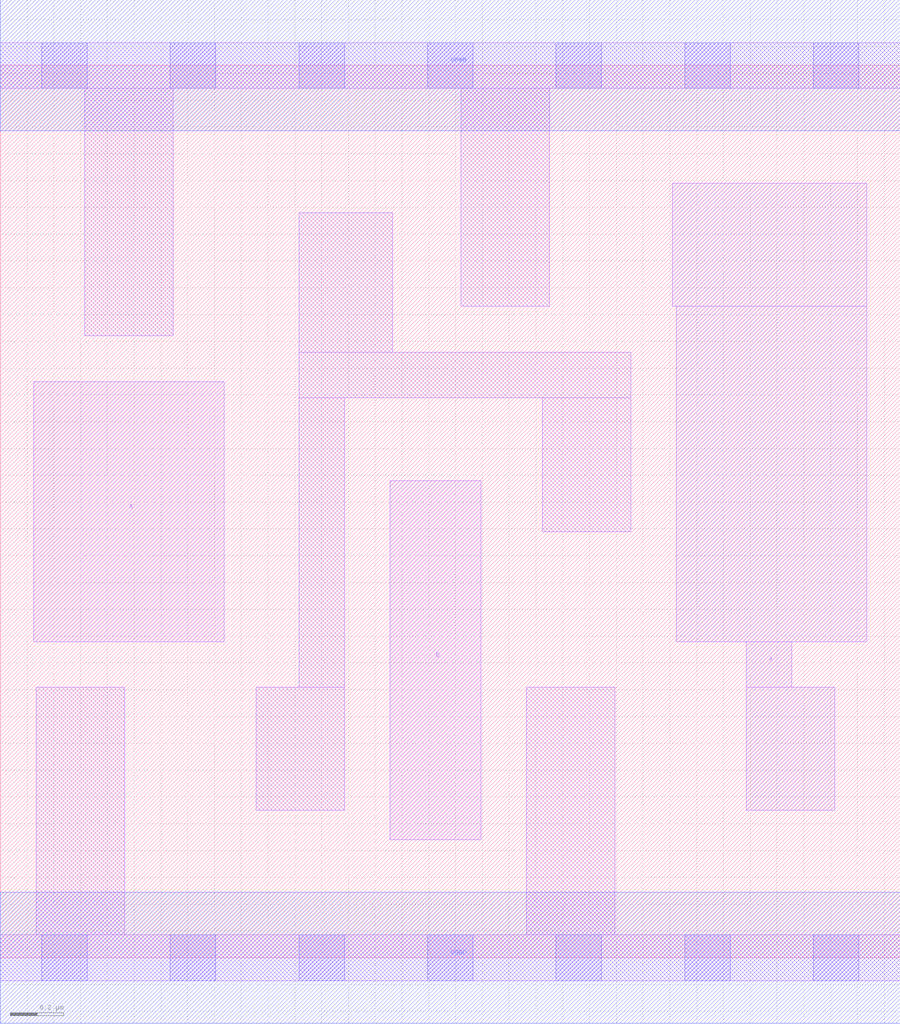
<source format=lef>
# Copyright 2020 The SkyWater PDK Authors
#
# Licensed under the Apache License, Version 2.0 (the "License");
# you may not use this file except in compliance with the License.
# You may obtain a copy of the License at
#
#     https://www.apache.org/licenses/LICENSE-2.0
#
# Unless required by applicable law or agreed to in writing, software
# distributed under the License is distributed on an "AS IS" BASIS,
# WITHOUT WARRANTIES OR CONDITIONS OF ANY KIND, either express or implied.
# See the License for the specific language governing permissions and
# limitations under the License.
#
# SPDX-License-Identifier: Apache-2.0

VERSION 5.7 ;
  NAMESCASESENSITIVE ON ;
  NOWIREEXTENSIONATPIN ON ;
  DIVIDERCHAR "/" ;
  BUSBITCHARS "[]" ;
UNITS
  DATABASE MICRONS 200 ;
END UNITS
MACRO sky130_fd_sc_lp__or2_lp
  CLASS CORE ;
  SOURCE USER ;
  FOREIGN sky130_fd_sc_lp__or2_lp ;
  ORIGIN  0.000000  0.000000 ;
  SIZE  3.360000 BY  3.330000 ;
  SYMMETRY X Y R90 ;
  SITE unit ;
  PIN A
    ANTENNAGATEAREA  0.189000 ;
    DIRECTION INPUT ;
    USE SIGNAL ;
    PORT
      LAYER li1 ;
        RECT 0.125000 1.180000 0.835000 2.150000 ;
    END
  END A
  PIN B
    ANTENNAGATEAREA  0.189000 ;
    DIRECTION INPUT ;
    USE SIGNAL ;
    PORT
      LAYER li1 ;
        RECT 1.455000 0.440000 1.795000 1.780000 ;
    END
  END B
  PIN X
    ANTENNADIFFAREA  0.239400 ;
    DIRECTION OUTPUT ;
    USE SIGNAL ;
    PORT
      LAYER li1 ;
        RECT 2.510000 2.430000 3.235000 2.890000 ;
        RECT 2.525000 1.180000 3.235000 2.430000 ;
        RECT 2.785000 0.550000 3.115000 1.010000 ;
        RECT 2.785000 1.010000 2.955000 1.180000 ;
    END
  END X
  PIN VGND
    DIRECTION INOUT ;
    USE GROUND ;
    PORT
      LAYER met1 ;
        RECT 0.000000 -0.245000 3.360000 0.245000 ;
    END
  END VGND
  PIN VPWR
    DIRECTION INOUT ;
    USE POWER ;
    PORT
      LAYER met1 ;
        RECT 0.000000 3.085000 3.360000 3.575000 ;
    END
  END VPWR
  OBS
    LAYER li1 ;
      RECT 0.000000 -0.085000 3.360000 0.085000 ;
      RECT 0.000000  3.245000 3.360000 3.415000 ;
      RECT 0.135000  0.085000 0.465000 1.010000 ;
      RECT 0.315000  2.320000 0.645000 3.245000 ;
      RECT 0.955000  0.550000 1.285000 1.010000 ;
      RECT 1.115000  1.010000 1.285000 2.090000 ;
      RECT 1.115000  2.090000 2.355000 2.260000 ;
      RECT 1.115000  2.260000 1.465000 2.780000 ;
      RECT 1.720000  2.430000 2.050000 3.245000 ;
      RECT 1.965000  0.085000 2.295000 1.010000 ;
      RECT 2.025000  1.590000 2.355000 2.090000 ;
    LAYER mcon ;
      RECT 0.155000 -0.085000 0.325000 0.085000 ;
      RECT 0.155000  3.245000 0.325000 3.415000 ;
      RECT 0.635000 -0.085000 0.805000 0.085000 ;
      RECT 0.635000  3.245000 0.805000 3.415000 ;
      RECT 1.115000 -0.085000 1.285000 0.085000 ;
      RECT 1.115000  3.245000 1.285000 3.415000 ;
      RECT 1.595000 -0.085000 1.765000 0.085000 ;
      RECT 1.595000  3.245000 1.765000 3.415000 ;
      RECT 2.075000 -0.085000 2.245000 0.085000 ;
      RECT 2.075000  3.245000 2.245000 3.415000 ;
      RECT 2.555000 -0.085000 2.725000 0.085000 ;
      RECT 2.555000  3.245000 2.725000 3.415000 ;
      RECT 3.035000 -0.085000 3.205000 0.085000 ;
      RECT 3.035000  3.245000 3.205000 3.415000 ;
  END
END sky130_fd_sc_lp__or2_lp

</source>
